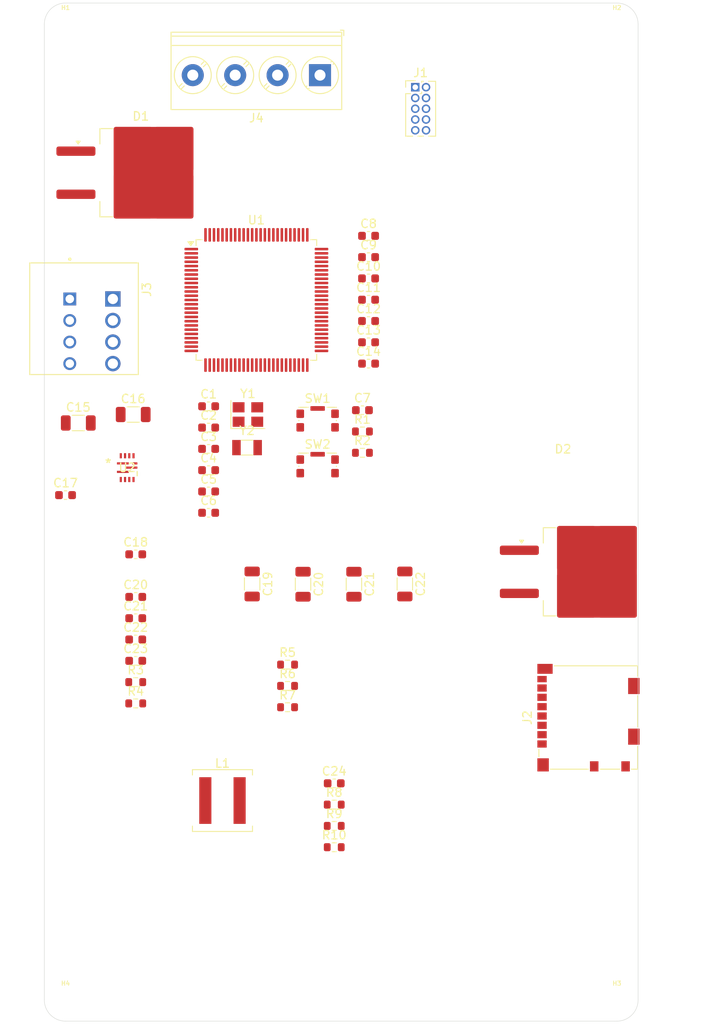
<source format=kicad_pcb>
(kicad_pcb (version 20240108) (generator "pcbnew") (generator_version "8.0")
  (layers (0 "F.Cu" signal) (1 "In1.Cu" signal) (2 "In2.Cu" signal) (31 "B.Cu" signal) (34 "B.Paste" user) (35 "F.Paste" user) (36 "B.SilkS" user "B.Silkscreen") (37 "F.SilkS" user "F.Silkscreen") (38 "B.Mask" user) (39 "F.Mask" user) (44 "Edge.Cuts" user))
  (net 0 "")
  (net 1 "GND")
  (net 2 "SWDIO")
  (net 4 "+3.3V")
  (net 5 "~{RESET}")
  (net 6 "SWCLK")
  (net 61 "BOOT0")
  (net 87 "Net-(U1-VCAP_1)")
  (net 88 "Net-(U1-VCAP_2)")
  (net 89 "HSE_OSC_IN")
  (net 90 "HSE_OSC_OUT")
  (net 91 "LSE_OSC_IN")
  (net 92 "LSE_OSC_OUT")
  (net 93 "+BATT")
  (net 94 "+BATT_2")
  (net 95 "+BATT_1")
  (net 110 "TEST_3")
  (net 111 "TEST_1")
  (net 112 "TEST_4")
  (net 113 "TEST_2")
  (net 114 "Net-(U2-SW)")
  (net 116 "Net-(R5-Pad2)")
  (net 118 "U2_VCC")
  (net 119 "Net-(C19-Pad1)")
  (net 120 "Net-(C21-Pad1)")
  (net 121 "Net-(C23-Pad1)")
  (net 122 "U2_EN")
  (net 123 "Net-(U2-PG)")
  (net 124 "Net-(U2-VBST)")
  (net 125 "+5V")
  (net 126 "Net-(C24-Pad1)")
  (net 127 "U2_FB")
  (footprint "Capacitor_SMD:C_0603_1608Metric" (layer "F.Cu") (at 52.5 108)
    (property "Reference" "C17" (at 0 -1.43 0) (layer "F.SilkS"))
    (property "Value" "0.1uF")
    (pad "1" smd roundrect (at -0.775 0) (size 0.9 0.95) (layers "F.Cu" "F.Paste" "F.Mask") (net 93 "+BATT"))
    (pad "2" smd roundrect (at 0.775 0) (size 0.9 0.95) (layers "F.Cu" "F.Paste" "F.Mask") (net 1 "GND"))
  )
  (footprint "SparkFun_STM32 Thing Plus:STAND-OFF-TIGHT" (layer "F.Cu") (at 52.5 167.5)
    (property "Reference" "H4" (at 0 -1.651 0) (layer "F.SilkS") (effects (font (size 0.512064 0.512064) (thickness 0.097536)) (justify bottom)))
    (property "Value" "STAND-OFFTIGHT")
    (pad "" np_thru_hole circle (at 0 0) (size 3.048 3.048) (drill 3.048) (layers "*.Cu" "*.Mask"))
  )
  (footprint "Crystal:Crystal_SMD_3215-2Pin_3.2x1.5mm" (layer "F.Cu") (at 73.9 102.4)
    (property "Reference" "Y2" (at 0 -2 0) (layer "F.SilkS"))
    (property "Value" "32.768kHz")
    (pad "1" smd rect (at 1.25 0) (size 1 1.8) (layers "F.Cu" "F.Paste" "F.Mask") (net 91 "LSE_OSC_IN"))
    (pad "2" smd rect (at -1.25 0) (size 1 1.8) (layers "F.Cu" "F.Paste" "F.Mask") (net 92 "LSE_OSC_OUT"))
  )
  (footprint "Resistor_SMD:R_0603_1608Metric" (layer "F.Cu") (at 84.175 144.48)
    (property "Reference" "R8" (at 0 -1.43 0) (layer "F.SilkS"))
    (property "Value" "150k")
    (pad "1" smd roundrect (at -0.825 0) (size 0.8 0.95) (layers "F.Cu" "F.Paste" "F.Mask") (net 127 "U2_FB"))
    (pad "2" smd roundrect (at 0.825 0) (size 0.8 0.95) (layers "F.Cu" "F.Paste" "F.Mask") (net 125 "+5V"))
  )
  (footprint "Inductor_SMD:L_Coilcraft_XAL6060-XXX" (layer "F.Cu") (at 71 144)
    (property "Reference" "L1" (at 0 -4.38 0) (layer "F.SilkS"))
    (property "Value" "2.2uH")
    (pad "1" smd rect (at -2.02 0) (size 1.43 5.5) (layers "F.Cu" "F.Paste" "F.Mask") (net 114 "Net-(U2-SW)"))
    (pad "2" smd rect (at 2.02 0) (size 1.43 5.5) (layers "F.Cu" "F.Paste" "F.Mask") (net 125 "+5V"))
  )
  (footprint "Crystal:Crystal_SMD_3225-4Pin_3.2x2.5mm" (layer "F.Cu") (at 74 98.5)
    (property "Reference" "Y1" (at 0 -2.45 0) (layer "F.SilkS"))
    (property "Value" "12MHz")
    (pad "1" smd rect (at -1.1 0.85) (size 1.4 1.2) (layers "F.Cu" "F.Paste" "F.Mask") (net 89 "HSE_OSC_IN"))
    (pad "2" smd rect (at 1.1 0.85) (size 1.4 1.2) (layers "F.Cu" "F.Paste" "F.Mask") (net 1 "GND"))
    (pad "3" smd rect (at 1.1 -0.85) (size 1.4 1.2) (layers "F.Cu" "F.Paste" "F.Mask") (net 90 "HSE_OSC_OUT"))
    (pad "4" smd rect (at -1.1 -0.85) (size 1.4 1.2) (layers "F.Cu" "F.Paste" "F.Mask") (net 1 "GND"))
  )
  (footprint "Capacitor_SMD:C_0603_1608Metric" (layer "F.Cu") (at 84.175 141.97)
    (property "Reference" "C24" (at 0 -1.43 0) (layer "F.SilkS"))
    (property "Value" "22pF")
    (pad "1" smd roundrect (at -0.775 0) (size 0.9 0.95) (layers "F.Cu" "F.Paste" "F.Mask") (net 126 "Net-(C24-Pad1)"))
    (pad "2" smd roundrect (at 0.775 0) (size 0.9 0.95) (layers "F.Cu" "F.Paste" "F.Mask") (net 125 "+5V"))
  )
  (footprint "Capacitor_SMD:C_1206_3216Metric" (layer "F.Cu") (at 92.5 118.475 -90)
    (property "Reference" "C22" (at 0 -1.85 90) (layer "F.SilkS"))
    (property "Value" "22uF")
    (pad "1" smd roundrect (at -1.475 0 270) (size 1.15 1.8) (layers "F.Cu" "F.Paste" "F.Mask") (roundrect_rratio 0.217391) (net 125 "+5V"))
    (pad "2" smd roundrect (at 1.475 0 270) (size 1.15 1.8) (layers "F.Cu" "F.Paste" "F.Mask") (roundrect_rratio 0.217391) (net 1 "GND"))
  )
  (footprint "Capacitor_SMD:C_0603_1608Metric" (layer "F.Cu") (at 87.5 97.99)
    (property "Reference" "C7" (at 0 -1.43 0) (layer "F.SilkS"))
    (property "Value" "0.1uF")
    (pad "1" smd roundrect (at -0.775 0) (size 0.9 0.95) (layers "F.Cu" "F.Paste" "F.Mask") (net 5 "~{RESET}"))
    (pad "2" smd roundrect (at 0.775 0) (size 0.9 0.95) (layers "F.Cu" "F.Paste" "F.Mask") (net 1 "GND"))
  )
  (footprint "Capacitor_SMD:C_0603_1608Metric" (layer "F.Cu") (at 69.37 97.53)
    (property "Reference" "C1" (at 0 -1.43 0) (layer "F.SilkS"))
    (property "Value" "2.2uF")
    (pad "1" smd roundrect (at -0.775 0) (size 0.9 0.95) (layers "F.Cu" "F.Paste" "F.Mask") (net 87 "Net-(U1-VCAP_1)"))
    (pad "2" smd roundrect (at 0.775 0) (size 0.9 0.95) (layers "F.Cu" "F.Paste" "F.Mask") (net 1 "GND"))
  )
  (footprint "Capacitor_SMD:C_1206_3216Metric" (layer "F.Cu") (at 74.5 118.475 -90)
    (property "Reference" "C19" (at 0 -1.85 90) (layer "F.SilkS"))
    (property "Value" "22uF")
    (pad "1" smd roundrect (at -1.475 0 270) (size 1.15 1.8) (layers "F.Cu" "F.Paste" "F.Mask") (roundrect_rratio 0.217391) (net 125 "+5V"))
    (pad "2" smd roundrect (at 1.475 0 270) (size 1.15 1.8) (layers "F.Cu" "F.Paste" "F.Mask") (roundrect_rratio 0.217391) (net 1 "GND"))
  )
  (footprint "Capacitor_SMD:C_1206_3216Metric" (layer "F.Cu") (at 54 99.5)
    (property "Reference" "C15" (at 0 -1.85 0) (layer "F.SilkS"))
    (property "Value" "10uF")
    (pad "1" smd roundrect (at -1.475 0) (size 1.15 1.8) (layers "F.Cu" "F.Paste" "F.Mask") (roundrect_rratio 0.217391) (net 93 "+BATT"))
    (pad "2" smd roundrect (at 1.475 0) (size 1.15 1.8) (layers "F.Cu" "F.Paste" "F.Mask") (roundrect_rratio 0.217391) (net 1 "GND"))
  )
  (footprint "Capacitor_SMD:C_0603_1608Metric" (layer "F.Cu") (at 88.225 92.5)
    (property "Reference" "C14" (at 0 -1.43 0) (layer "F.SilkS"))
    (property "Value" "1.0uF")
    (pad "1" smd roundrect (at -0.775 0) (size 0.9 0.95) (layers "F.Cu" "F.Paste" "F.Mask") (net 4 "+3.3V"))
    (pad "2" smd roundrect (at 0.775 0) (size 0.9 0.95) (layers "F.Cu" "F.Paste" "F.Mask") (net 1 "GND"))
  )
  (footprint "Capacitor_SMD:C_0603_1608Metric" (layer "F.Cu") (at 88.225 89.99)
    (property "Reference" "C13" (at 0 -1.43 0) (layer "F.SilkS"))
    (property "Value" "1.0uF")
    (pad "1" smd roundrect (at -0.775 0) (size 0.9 0.95) (layers "F.Cu" "F.Paste" "F.Mask") (net 4 "+3.3V"))
    (pad "2" smd roundrect (at 0.775 0) (size 0.9 0.95) (layers "F.Cu" "F.Paste" "F.Mask") (net 1 "GND"))
  )
  (footprint "Capacitor_SMD:C_0603_1608Metric" (layer "F.Cu") (at 88.225 77.44)
    (property "Reference" "C8" (at 0 -1.43 0) (layer "F.SilkS"))
    (property "Value" "0.1uF")
    (pad "1" smd roundrect (at -0.775 0) (size 0.9 0.95) (layers "F.Cu" "F.Paste" "F.Mask") (net 4 "+3.3V"))
    (pad "2" smd roundrect (at 0.775 0) (size 0.9 0.95) (layers "F.Cu" "F.Paste" "F.Mask") (net 1 "GND"))
  )
  (footprint "Resistor_SMD:R_0603_1608Metric" (layer "F.Cu") (at 84.175 149.5)
    (property "Reference" "R10" (at 0 -1.43 0) (layer "F.SilkS"))
    (property "Value" "20k")
    (pad "1" smd roundrect (at -0.825 0) (size 0.8 0.95) (layers "F.Cu" "F.Paste" "F.Mask") (net 1 "GND"))
    (pad "2" smd roundrect (at 0.825 0) (size 0.8 0.95) (layers "F.Cu" "F.Paste" "F.Mask") (net 127 "U2_FB"))
  )
  (footprint "Capacitor_SMD:C_0603_1608Metric" (layer "F.Cu") (at 60.775 127.53)
    (property "Reference" "C23" (at 0 -1.43 0) (layer "F.SilkS"))
    (property "Value" "0.1uF")
    (pad "1" smd roundrect (at -0.775 0) (size 0.9 0.95) (layers "F.Cu" "F.Paste" "F.Mask") (net 121 "Net-(C23-Pad1)"))
    (pad "2" smd roundrect (at 0.775 0) (size 0.9 0.95) (layers "F.Cu" "F.Paste" "F.Mask") (net 114 "Net-(U2-SW)"))
  )
  (footprint "Capacitor_SMD:C_0603_1608Metric" (layer "F.Cu") (at 88.225 84.97)
    (property "Reference" "C11" (at 0 -1.43 0) (layer "F.SilkS"))
    (property "Value" "0.1uF")
    (pad "1" smd roundrect (at -0.775 0) (size 0.9 0.95) (layers "F.Cu" "F.Paste" "F.Mask") (net 4 "+3.3V"))
    (pad "2" smd roundrect (at 0.775 0) (size 0.9 0.95) (layers "F.Cu" "F.Paste" "F.Mask") (net 1 "GND"))
  )
  (footprint "Imported_Footprints:TE_1-2834015-4_Buchanan_WireMate_Screwless_Terminal_Block" (layer "F.Cu") (at 55.54 88.69 -90)
    (property "Reference" "J3" (at -4.925 -6.535 90) (layer "F.SilkS"))
    (property "Value" "TE_1-2834015-4_Buchanan_WireMate_Screwless_Terminal_Block")
    (pad "1_1" thru_hole rect (at -3.81 2.54 270) (size 1.518 1.518) (drill 1.01) (layers "*.Cu" "*.Mask") (net 111 "TEST_1"))
    (pad "1_2" thru_hole rect (at -3.81 -2.54 270) (size 1.815 1.815) (drill 1.21) (layers "*.Cu" "*.Mask") (net 111 "TEST_1"))
    (pad "2_1" thru_hole circle (at -1.27 2.54 270) (size 1.518 1.518) (drill 1.01) (layers "*.Cu" "*.Mask") (net 113 "TEST_2"))
    (pad "2_2" thru_hole circle (at -1.27 -2.54 270) (size 1.815 1.815) (drill 1.21) (layers "*.Cu" "*.Mask") (net 113 "TEST_2"))
    (pad "3_1" thru_hole circle (at 1.27 2.54 270) (size 1.518 1.518) (drill 1.01) (layers "*.Cu" "*.Mask") (net 110 "TEST_3"))
    (pad "3_2" thru_hole circle (at 1.27 -2.54 270) (size 1.815 1.815) (drill 1.21) (layers "*.Cu" "*.Mask") (net 110 "TEST_3"))
    (pad "4_1" thru_hole circle (at 3.81 2.54 270) (size 1.518 1.518) (drill 1.01) (layers "*.Cu" "*.Mask") (net 112 "TEST_4"))
    (pad "4_2" thru_hole circle (at 3.81 -2.54 270) (size 1.815 1.815) (drill 1.21) (layers "*.Cu" "*.Mask") (net 112 "TEST_4"))
  )
  (footprint "Capacitor_SMD:C_0603_1608Metric" (layer "F.Cu") (at 88.225 79.95)
    (property "Reference" "C9" (at 0 -1.43 0) (layer "F.SilkS"))
    (property "Value" "0.1uF")
    (pad "1" smd roundrect (at -0.775 0) (size 0.9 0.95) (layers "F.Cu" "F.Paste" "F.Mask") (net 4 "+3.3V"))
    (pad "2" smd roundrect (at 0.775 0) (size 0.9 0.95) (layers "F.Cu" "F.Paste" "F.Mask") (net 1 "GND"))
  )
  (footprint "SparkFun_STM32 Thing Plus:STAND-OFF-TIGHT" (layer "F.Cu") (at 52.5 52.5)
    (property "Reference" "H1" (at 0 -1.651 0) (layer "F.SilkS") (effects (font (size 0.512064 0.512064) (thickness 0.097536)) (justify bottom)))
    (property "Value" "STAND-OFFTIGHT")
    (pad "" np_thru_hole circle (at 0 0) (size 3.048 3.048) (drill 3.048) (layers "*.Cu" "*.Mask"))
  )
  (footprint "Button_Switch_SMD:SW_SPST_CK_KMS2xxGP" (layer "F.Cu") (at 82.22 99.21)
    (property "Reference" "SW1" (at 0 -2.6 0) (layer "F.SilkS"))
    (property "Value" "SW_SPST")
    (pad "1" smd roundrect (at -2.05 -0.8) (size 0.9 1) (layers "F.Cu" "F.Paste" "F.Mask") (roundrect_rratio 0.15) (net 61 "BOOT0"))
    (pad "1" smd roundrect (at 2.05 -0.8) (size 0.9 1) (layers "F.Cu" "F.Paste" "F.Mask") (roundrect_rratio 0.15) (net 61 "BOOT0"))
    (pad "2" smd roundrect (at -2.05 0.8) (size 0.9 1) (layers "F.Cu" "F.Paste" "F.Mask") (roundrect_rratio 0.15) (net 4 "+3.3V"))
    (pad "2" smd roundrect (at 2.05 0.8) (size 0.9 1) (layers "F.Cu" "F.Paste" "F.Mask") (roundrect_rratio 0.15) (net 4 "+3.3V"))
    (pad "SH" smd roundrect (at 0 -1.425) (size 1.7 0.55) (layers "F.Cu" "F.Paste" "F.Mask") (roundrect_rratio 0.15))
  )
  (footprint "SparkFun_STM32 Thing Plus:STAND-OFF-TIGHT" (layer "F.Cu") (at 117.5 167.5)
    (property "Reference" "H3" (at 0 -1.651 0) (layer "F.SilkS") (effects (font (size 0.512064 0.512064) (thickness 0.097536)) (justify bottom)))
    (property "Value" "STAND-OFFTIGHT")
    (pad "" np_thru_hole circle (at 0 0) (size 3.048 3.048) (drill 3.048) (layers "*.Cu" "*.Mask"))
  )
  (footprint "Capacitor_SMD:C_0603_1608Metric" (layer "F.Cu") (at 88.225 82.46)
    (property "Reference" "C10" (at 0 -1.43 0) (layer "F.SilkS"))
    (property "Value" "0.1uF")
    (pad "1" smd roundrect (at -0.775 0) (size 0.9 0.95) (layers "F.Cu" "F.Paste" "F.Mask") (net 4 "+3.3V"))
    (pad "2" smd roundrect (at 0.775 0) (size 0.9 0.95) (layers "F.Cu" "F.Paste" "F.Mask") (net 1 "GND"))
  )
  (footprint "Package_QFP:LQFP-100_14x14mm_P0.5mm" (layer "F.Cu") (at 75 85)
    (property "Reference" "U1" (at 0 -9.42 0) (layer "F.SilkS"))
    (property "Value" "STM32F407VGTx")
    (pad "1" smd roundrect (at -7.675 -6) (size 1.6 0.3) (layers "F.Cu" "F.Paste" "F.Mask"))
    (pad "2" smd roundrect (at -7.675 -5.5) (size 1.6 0.3) (layers "F.Cu" "F.Paste" "F.Mask"))
    (pad "3" smd roundrect (at -7.675 -5) (size 1.6 0.3) (layers "F.Cu" "F.Paste" "F.Mask"))
    (pad "4" smd roundrect (at -7.675 -4.5) (size 1.6 0.3) (layers "F.Cu" "F.Paste" "F.Mask"))
    (pad "5" smd roundrect (at -7.675 -4) (size 1.6 0.3) (layers "F.Cu" "F.Paste" "F.Mask"))
    (pad "6" smd roundrect (at -7.675 -3.5) (size 1.6 0.3) (layers "F.Cu" "F.Paste" "F.Mask"))
    (pad "7" smd roundrect (at -7.675 -3) (size 1.6 0.3) (layers "F.Cu" "F.Paste" "F.Mask"))
    (pad "8" smd roundrect (at -7.675 -2.5) (size 1.6 0.3) (layers "F.Cu" "F.Paste" "F.Mask") (net 91 "LSE_OSC_IN"))
    (pad "9" smd roundrect (at -7.675 -2) (size 1.6 0.3) (layers "F.Cu" "F.Paste" "F.Mask") (net 92 "LSE_OSC_OUT"))
    (pad "10" smd roundrect (at -7.675 -1.5) (size 1.6 0.3) (layers "F.Cu" "F.Paste" "F.Mask") (net 1 "GND"))
    (pad "11" smd roundrect (at -7.675 -1) (size 1.6 0.3) (layers "F.Cu" "F.Paste" "F.Mask") (net 4 "+3.3V"))
    (pad "12" smd roundrect (at -7.675 -0.5) (size 1.6 0.3) (layers "F.Cu" "F.Paste" "F.Mask") (net 89 "HSE_OSC_IN"))
    (pad "13" smd roundrect (at -7.675 0) (size 1.6 0.3) (layers "F.Cu" "F.Paste" "F.Mask") (net 90 "HSE_OSC_OUT"))
    (pad "14" smd roundrect (at -7.675 0.5) (size 1.6 0.3) (layers "F.Cu" "F.Paste" "F.Mask") (net 5 "~{RESET}"))
    (pad "15" smd roundrect (at -7.675 1) (size 1.6 0.3) (layers "F.Cu" "F.Paste" "F.Mask"))
    (pad "16" smd roundrect (at -7.675 1.5) (size 1.6 0.3) (layers "F.Cu" "F.Paste" "F.Mask"))
    (pad "17" smd roundrect (at -7.675 2) (size 1.6 0.3) (layers "F.Cu" "F.Paste" "F.Mask"))
    (pad "18" smd roundrect (at -7.675 2.5) (size 1.6 0.3) (layers "F.Cu" "F.Paste" "F.Mask"))
    (pad "19" smd roundrect (at -7.675 3) (size 1.6 0.3) (layers "F.Cu" "F.Paste" "F.Mask") (net 4 "+3.3V"))
    (pad "20" smd roundrect (at -7.675 3.5) (size 1.6 0.3) (layers "F.Cu" "F.Paste" "F.Mask") (net 1 "GND"))
    (pad "21" smd roundrect (at -7.675 4) (size 1.6 0.3) (layers "F.Cu" "F.Paste" "F.Mask") (net 4 "+3.3V"))
    (pad "22" smd roundrect (at -7.675 4.5) (size 1.6 0.3) (layers "F.Cu" "F.Paste" "F.Mask") (net 4 "+3.3V"))
    (pad "23" smd roundrect (at -7.675 5) (size 1.6 0.3) (layers "F.Cu" "F.Paste" "F.Mask"))
    (pad "24" smd roundrect (at -7.675 5.5) (size 1.6 0.3) (layers "F.Cu" "F.Paste" "F.Mask"))
    (pad "25" smd roundrect (at -7.675 6) (size 1.6 0.3) (layers "F.Cu" "F.Paste" "F.Mask"))
    (pad "26" smd roundrect (at -6 7.675) (size 0.3 1.6) (layers "F.Cu" "F.Paste" "F.Mask"))
    (pad "27" smd roundrect (at -5.5 7.675) (size 0.3 1.6) (layers "F.Cu" "F.Paste" "F.Mask") (net 1 "GND"))
    (pad "28" smd roundrect (at -5 7.675) (size 0.3 1.6) (layers "F.Cu" "F.Paste" "F.Mask") (net 4 "+3.3V"))
    (pad "29" smd roundrect (at -4.5 7.675) (size 0.3 1.6) (layers "F.Cu" "F.Paste" "F.Mask"))
    (pad "30" smd roundrect (at -4 7.675) (size 0.3 1.6) (layers "F.Cu" "F.Paste" "F.Mask"))
    (pad "31" smd roundrect (at -3.5 7.675) (size 0.3 1.6) (layers "F.Cu" "F.Paste" "F.Mask"))
    (pad "32" smd roundrect (at -3 7.675) (size 0.3 1.6) (layers "F.Cu" "F.Paste" "F.Mask"))
    (pad "33" smd roundrect (at -2.5 7.675) (size 0.3 1.6) (layers "F.Cu" "F.Paste" "F.Mask"))
    (pad "34" smd roundrect (at -2 7.675) (size 0.3 1.6) (layers "F.Cu" "F.Paste" "F.Mask"))
    (pad "35" smd roundrect (at -1.5 7.675) (size 0.3 1.6) (layers "F.Cu" "F.Paste" "F.Mask"))
    (pad "36" smd roundrect (at -1 7.675) (size 0.3 1.6) (layers "F.Cu" "F.Paste" "F.Mask"))
    (pad "37" smd roundrect (at -0.5 7.675) (size 0.3 1.6) (layers "F.Cu" "F.Paste" "F.Mask"))
    (pad "38" smd roundrect (at 0 7.675) (size 0.3 1.6) (layers "F.Cu" "F.Paste" "F.Mask"))
    (pad "39" smd roundrect (at 0.5 7.675) (size 0.3 1.6) (layers "F.Cu" "F.Paste" "F.Mask"))
    (pad "40" smd roundrect (at 1 7.675) (size 0.3 1.6) (layers "F.Cu" "F.Paste" "F.Mask"))
    (pad "41" smd roundrect (at 1.5 7.675) (size 0.3 1.6) (layers "F.Cu" "F.Paste" "F.Mask"))
    (pad "42" smd roundrect (at 2 7.675) (size 0.3 1.6) (layers "F.Cu" "F.Paste" "F.Mask"))
    (pad "43" smd roundrect (at 2.5 7.675) (size 0.3 1.6) (layers "F.Cu" "F.Paste" "F.Mask"))
    (pad "44" smd roundrect (at 3 7.675) (size 0.3 1.6) (layers "F.Cu" "F.Paste" "F.Mask"))
    (pad "45" smd roundrect (at 3.5 7.675) (size 0.3 1.6) (layers "F.Cu" "F.Paste" "F.Mask"))
    (pad "46" smd roundrect (at 4 7.675) (size 0.3 1.6) (layers "F.Cu" "F.Paste" "F.Mask"))
    (pad "47" smd roundrect (at 4.5 7.675) (size 0.3 1.6) (layers "F.Cu" "F.Paste" "F.Mask"))
    (pad "48" smd roundrect (at 5 7.675) (size 0.3 1.6) (layers "F.Cu" "F.Paste" "F.Mask"))
    (pad "49" smd roundrect (at 5.5 7.675) (size 0.3 1.6) (layers "F.Cu" "F.Paste" "F.Mask") (net 87 "Net-(U1-VCAP_1)"))
    (pad "50" smd roundrect (at 6 7.675) (size 0.3 1.6) (layers "F.Cu" "F.Paste" "F.Mask") (net 4 "+3.3V"))
    (pad "51" smd roundrect (at 7.675 6) (size 1.6 0.3) (layers "F.Cu" "F.Paste" "F.Mask"))
    (pad "52" smd roundrect (at 7.675 5.5) (size 1.6 0.3) (layers "F.Cu" "F.Paste" "F.Mask"))
    (pad "53" smd roundrect (at 7.675 5) (size 1.6 0.3) (layers "F.Cu" "F.Paste" "F.Mask"))
    (pad "54" smd roundrect (at 7.675 4.5) (size 1.6 0.3) (layers "F.Cu" "F.Paste" "F.Mask"))
    (pad "55" smd roundrect (at 7.675 4) (size 1.6 0.3) (layers "F.Cu" "F.Paste" "F.Mask"))
    (pad "56" smd roundrect (at 7.675 3.5) (size 1.6 0.3) (layers "F.Cu" "F.Paste" "F.Mask"))
    (pad "57" smd roundrect (at 7.675 3) (size 1.6 0.3) (layers "F.Cu" "F.Paste" "F.Mask"))
    (pad "58" smd roundrect (at 7.675 2.5) (size 1.6 0.3) (layers "F.Cu" "F.Paste" "F.Mask"))
    (pad "59" smd roundrect (at 7.675 2) (size 1.6 0.3) (layers "F.Cu" "F.Paste" "F.Mask"))
    (pad "60" smd roundrect (at 7.675 1.5) (size 1.6 0.3) (layers "F.Cu" "F.Paste" "F.Mask"))
    (pad "61" smd roundrect (at 7.675 1) (size 1.6 0.3) (layers "F.Cu" "F.Paste" "F.Mask"))
    (pad "62" smd roundrect (at 7.675 0.5) (size 1.6 0.3) (layers "F.Cu" "F.Paste" "F.Mask"))
    (pad "63" smd roundrect (at 7.675 0) (size 1.6 0.3) (layers "F.Cu" "F.Paste" "F.Mask"))
    (pad "64" smd roundrect (at 7.675 -0.5) (size 1.6 0.3) (layers "F.Cu" "F.Paste" "F.Mask"))
    (pad "65" smd roundrect (at 7.675 -1) (size 1.6 0.3) (layers "F.Cu" "F.Paste" "F.Mask"))
    (pad "66" smd roundrect (at 7.675 -1.5) (size 1.6 0.3) (layers "F.Cu" "F.Paste" "F.Mask"))
    (pad "67" smd roundrect (at 7.675 -2) (size 1.6 0.3) (layers "F.Cu" "F.Paste" "F.Mask"))
    (pad "68" smd roundrect (at 7.675 -2.5) (size 1.6 0.3) (layers "F.Cu" "F.Paste" "F.Mask"))
    (pad "69" smd roundrect (at 7.675 -3) (size 1.6 0.3) (layers "F.Cu" "F.Paste" "F.Mask"))
    (pad "70" smd roundrect (at 7.675 -3.5) (size 1.6 0.3) (layers "F.Cu" "F.Paste" "F.Mask"))
    (pad "71" smd roundrect (at 7.675 -4) (size 1.6 0.3) (layers "F.Cu" "F.Paste" "F.Mask"))
    (pad "72" smd roundrect (at 7.675 -4.5) (size 1.6 0.3) (layers "F.Cu" "F.Paste" "F.Mask") (net 2 "SWDIO"))
    (pad "73" smd roundrect (at 7.675 -5) (size 1.6 0.3) (layers "F.Cu" "F.Paste" "F.Mask") (net 88 "Net-(U1-VCAP_2)"))
    (pad "74" smd roundrect (at 7.675 -5.5) (size 1.6 0.3) (layers "F.Cu" "F.Paste" "F.Mask") (net 1 "GND"))
    (pad "75" smd roundrect (at 7.675 -6) (size 1.6 0.3) (layers "F.Cu" "F.Paste" "F.Mask") (net 4 "+3.3V"))
    (pad "76" smd roundrect (at 6 -7.675) (size 0.3 1.6) (layers "F.Cu" "F.Paste" "F.Mask") (net 6 "SWCLK"))
    (pad "77" smd roundrect (at 5.5 -7.675) (size 0.3 1.6) (layers "F.Cu" "F.Paste" "F.Mask"))
    (pad "78" smd roundrect (at 5 -7.675) (size 0.3 1.6) (layers "F.Cu" "F.Paste" "F.Mask"))
    (pad "79" smd roundrect (at 4.5 -7.675) (size 0.3 1.6) (layers "F.Cu" "F.Paste" "F.Mask"))
    (pad "80" smd roundrect (at 4 -7.675) (size 0.3 1.6) (layers "F.Cu" "F.Paste" "F.Mask"))
    (pad "81" smd roundrect (at 3.5 -7.675) (size 0.3 1.6) (layers "F.Cu" "F.Paste" "F.Mask"))
    (pad "82" smd roundrect (at 3 -7.675) (size 0.3 1.6) (layers "F.Cu" "F.Paste" "F.Mask"))
    (pad "83" smd roundrect (at 2.5 -7.675) (size 0.3 1.6) (layers "F.Cu" "F.Paste" "F.Mask"))
    (pad "84" smd roundrect (at 2 -7.675) (size 0.3 1.6) (layers "F.Cu" "F.Paste" "F.Mask"))
    (pad "85" smd roundrect (at 1.5 -7.675) (size 0.3 1.6) (layers "F.Cu" "F.Paste" "F.Mask"))
    (pad "86" smd roundrect (at 1 -7.675) (size 0.3 1.6) (layers "F.Cu" "F.Paste" "F.Mask"))
    (pad "87" smd roundrect (at 0.5 -7.675) (size 0.3 1.6) (layers "F.Cu" "F.Paste" "F.Mask"))
    (pad "88" smd roundrect (at 0 -7.675) (size 0.3 1.6) (layers "F.Cu" "F.Paste" "F.Mask"))
    (pad "89" smd roundrect (at -0.5 -7.675) (size 0.3 1.6) (layers "F.Cu" "F.Paste" "F.Mask"))
    (pad "90" smd roundrect (at -1 -7.675) (size 0.3 1.6) (layers "F.Cu" "F.Paste" "F.Mask"))
    (pad "91" smd roundrect (at -1.5 -7.675) (size 0.3 1.6) (layers "F.Cu" "F.Paste" "F.Mask"))
    (pad "92" smd roundrect (at -2 -7.675) (size 0.3 1.6) (layers "F.Cu" "F.Paste" "F.Mask"))
    (pad "93" smd roundrect (at -2.5 -7.675) (size 0.3 1.6) (layers "F.Cu" "F.Paste" "F.Mask"))
    (pad "94" smd roundrect (at -3 -7.675) (size 0.3 1.6) (layers "F.Cu" "F.Paste" "F.Mask") (net 61 "BOOT0"))
    (pad "95" smd roundrect (at -3.5 -7.675) (size 0.3 1.6) (layers "F.Cu" "F.Paste" "F.Mask"))
    (pad "96" smd roundrect (at -4 -7.675) (size 0.3 1.6) (layers "F.Cu" "F.Paste" "F.Mask"))
    (pad "97" smd roundrect (at -4.5 -7.675) (size 0.3 1.6) (layers "F.Cu" "F.Paste" "F.Mask"))
    (pad "98" smd roundrect (at -5 -7.675) (size 0.3 1.6) (layers "F.Cu" "F.Paste" "F.Mask"))
    (pad "99" smd roundrect (at -5.5 -7.675) (size 0.3 1.6) (layers "F.Cu" "F.Paste" "F.Mask") (net 1 "GND"))
    (pad "100" smd roundrect (at -6 -7.675) (size 0.3 1.6) (layers "F.Cu" "F.Paste" "F.Mask") (net 4 "+3.3V"))
  )
  (footprint "Capacitor_SMD:C_0603_1608Metric" (layer "F.Cu") (at 69.37 107.57)
    (property "Reference" "C5" (at 0 -1.43 0) (layer "F.SilkS"))
    (property "Value" "15pF")
    (pad "1" smd roundrect (at -0.775 0) (size 0.9 0.95) (layers "F.Cu" "F.Paste" "F.Mask") (net 91 "LSE_OSC_IN"))
    (pad "2" smd roundrect (at 0.775 0) (size 0.9 0.95) (layers "F.Cu" "F.Paste" "F.Mask") (net 1 "GND"))
  )
  (footprint "Resistor_SMD:R_0603_1608Metric" (layer "F.Cu") (at 60.775 132.55)
    (property "Reference" "R4" (at 0 -1.43 0) (layer "F.SilkS"))
    (property "Value" "0k")
    (pad "1" smd roundrect (at -0.825 0) (size 0.8 0.95) (layers "F.Cu" "F.Paste" "F.Mask") (net 124 "Net-(U2-VBST)"))
    (pad "2" smd roundrect (at 0.825 0) (size 0.8 0.95) (layers "F.Cu" "F.Paste" "F.Mask") (net 121 "Net-(C23-Pad1)"))
  )
  (footprint "Capacitor_SMD:C_0603_1608Metric" (layer "F.Cu") (at 60.775 122.51)
    (property "Reference" "C21" (at 0 -1.43 0) (layer "F.SilkS"))
    (property "Value" "22uF")
    (pad "1" smd roundrect (at -0.775 0) (size 0.9 0.95) (layers "F.Cu" "F.Paste" "F.Mask") (net 120 "Net-(C21-Pad1)"))
    (pad "2" smd roundrect (at 0.775 0) (size 0.9 0.95) (layers "F.Cu" "F.Paste" "F.Mask") (net 1 "GND"))
  )
  (footprint "Resistor_SMD:R_0603_1608Metric" (layer "F.Cu") (at 84.175 146.99)
    (property "Reference" "R9" (at 0 -1.43 0) (layer "F.SilkS"))
    (property "Value" "0k")
    (pad "1" smd roundrect (at -0.825 0) (size 0.8 0.95) (layers "F.Cu" "F.Paste" "F.Mask") (net 127 "U2_FB"))
    (pad "2" smd roundrect (at 0.825 0) (size 0.8 0.95) (layers "F.Cu" "F.Paste" "F.Mask") (net 126 "Net-(C24-Pad1)"))
  )
  (footprint "Button_Switch_SMD:SW_SPST_CK_KMS2xxGP" (layer "F.Cu") (at 82.22 104.61)
    (property "Reference" "SW2" (at 0 -2.6 0) (layer "F.SilkS"))
    (property "Value" "SW_SPST")
    (pad "1" smd roundrect (at -2.05 -0.8) (size 0.9 1) (layers "F.Cu" "F.Paste" "F.Mask") (roundrect_rratio 0.15) (net 5 "~{RESET}"))
    (pad "1" smd roundrect (at 2.05 -0.8) (size 0.9 1) (layers "F.Cu" "F.Paste" "F.Mask") (roundrect_rratio 0.15) (net 5 "~{RESET}"))
    (pad "2" smd roundrect (at -2.05 0.8) (size 0.9 1) (layers "F.Cu" "F.Paste" "F.Mask") (roundrect_rratio 0.15) (net 1 "GND"))
    (pad "2" smd roundrect (at 2.05 0.8) (size 0.9 1) (layers "F.Cu" "F.Paste" "F.Mask") (roundrect_rratio 0.15) (net 1 "GND"))
    (pad "SH" smd roundrect (at 0 -1.425) (size 1.7 0.55) (layers "F.Cu" "F.Paste" "F.Mask") (roundrect_rratio 0.15))
  )
  (footprint "Capacitor_SMD:C_0603_1608Metric" (layer "F.Cu") (at 88.225 87.48)
    (property "Reference" "C12" (at 0 -1.43 0) (layer "F.SilkS"))
    (property "Value" "4.7uF")
    (pad "1" smd roundrect (at -0.775 0) (size 0.9 0.95) (layers "F.Cu" "F.Paste" "F.Mask") (net 4 "+3.3V"))
    (pad "2" smd roundrect (at 0.775 0) (size 0.9 0.95) (layers "F.Cu" "F.Paste" "F.Mask") (net 1 "GND"))
  )
  (footprint "Capacitor_SMD:C_0603_1608Metric" (layer "F.Cu") (at 60.775 120)
    (property "Reference" "C20" (at 0 -1.43 0) (layer "F.SilkS"))
    (property "Value" "22uF")
    (pad "1" smd roundrect (at -0.775 0) (size 0.9 0.95) (layers "F.Cu" "F.Paste" "F.Mask") (net 119 "Net-(C19-Pad1)"))
    (pad "2" smd roundrect (at 0.775 0) (size 0.9 0.95) (layers "F.Cu" "F.Paste" "F.Mask") (net 1 "GND"))
  )
  (footprint "Capacitor_SMD:C_1206_3216Metric" (layer "F.Cu") (at 60.475 98.5)
    (property "Reference" "C16" (at 0 -1.85 0) (layer "F.SilkS"))
    (property "Value" "10uF")
    (pad "1" smd roundrect (at -1.475 0) (size 1.15 1.8) (layers "F.Cu" "F.Paste" "F.Mask") (roundrect_rratio 0.217391) (net 93 "+BATT"))
    (pad "2" smd roundrect (at 1.475 0) (size 1.15 1.8) (layers "F.Cu" "F.Paste" "F.Mask") (roundrect_rratio 0.217391) (net 1 "GND"))
  )
  (footprint "Resistor_SMD:R_0603_1608Metric" (layer "F.Cu") (at 78.675 133)
    (property "Reference" "R7" (at 0 -1.43 0) (layer "F.SilkS"))
    (property "Value" "120k")
    (pad "1" smd roundrect (at -0.825 0) (size 0.8 0.95) (layers "F.Cu" "F.Paste" "F.Mask") (net 122 "U2_EN"))
    (pad "2" smd roundrect (at 0.825 0) (size 0.8 0.95) (layers "F.Cu" "F.Paste" "F.Mask") (net 1 "GND"))
  )
  (footprint "Imported_Footprints:TI_TPS51386RJNR_VQFN-HR_REG_BUCK_8A" (layer "F.Cu") (at 59.765001 104.76)
    (property "Reference" "U2" (at 0 0 0) (layer "F.SilkS"))
    (property "Value" "TI_TPS51386RJNR_Regulator_Buck_8A")
    (fp_text user "*" (at -2.2335 -0.500126 0) (layer "F.SilkS"))
    (fp_text user "*" (at -2.2335 -0.500126 0) (layer "F.SilkS"))
    (pad "1" smd rect (at -0.506301 -0.500126) (size 1.397 0.254) (layers "F.Cu" "F.Paste" "F.Mask") (net 93 "+BATT"))
    (pad "2" smd rect (at -0.506301 0.500126) (size 1.397 0.254) (layers "F.Cu" "F.Paste" "F.Mask") (net 1 "GND"))
    (pad "3" smd rect (at -0.750189 1.4 90) (size 0.6096 0.254) (layers "F.Cu" "F.Paste" "F.Mask") (net 123 "Net-(U2-PG)"))
    (pad "4" smd rect (at -0.250063 1.4 90) (size 0.6096 0.254) (layers "F.Cu" "F.Paste" "F.Mask") (net 127 "U2_FB"))
    (pad "5" smd rect (at 0.250063 1.4 90) (size 0.6096 0.254) (layers "F.Cu" "F.Paste" "F.Mask"))
    (pad "6" smd rect (at 0.750189 1.4 90) (size 0.6096 0.254) (layers "F.Cu" "F.Paste" "F.Mask"))
    (pad "7" smd rect (at 0.506301 0) (size 1.397 0.254) (layers "F.Cu" "F.Paste" "F.Mask") (net 114 "Net-(U2-SW)"))
    (pad "8" smd rect (at 0.900001 -0.500126) (size 0.6096 0.254) (layers "F.Cu" "F.Paste" "F.Mask") (net 124 "Net-(U2-VBST)"))
    (pad "9" smd rect (at 0.750189 -1.4 90) (size 0.6096 0.254) (layers "F.Cu" "F.Paste" "F.Mask") (net 118 "U2_VCC"))
    (pad "10" smd rect (at 0.250063 -1.4 90) (size 0.6096 0.254) (layers "F.Cu" "F.Paste" "F.Mask") (net 1 "GND"))
    (pad "11" smd rect (at -0.250063 -1.4 90) (size 0.6096 0.254) (layers "F.Cu" "F.Paste" "F.Mask") (net 122 "U2_EN"))
    (pad "12" smd rect (at -0.750189 -1.4 90) (size 0.6096 0.254) (layers "F.Cu" "F.Paste" "F.Mask") (net 118 "U2_VCC"))
  )
  (footprint "Capacitor_SMD:C_0603_1608Metric" (layer "F.Cu") (at 69.37 100.04)
    (property "Reference" "C2" (at 0 -1.43 0) (layer "F.SilkS"))
    (property "Value" "2.2uF")
    (pad "1" smd roundrect (at -0.775 0) (size 0.9 0.95) (layers "F.Cu" "F.Paste" "F.Mask") (net 88 "Net-(U1-VCAP_2)"))
    (pad "2" smd roundrect (at 0.775 0) (size 0.9 0.95) (layers "F.Cu" "F.Paste" "F.Mask") (net 1 "GND"))
  )
  (footprint "Capacitor_SMD:C_0603_1608Metric" (layer "F.Cu") (at 60.775 114.98)
    (property "Reference" "C18" (at 0 -1.43 0) (layer "F.SilkS"))
    (property "Value" "1.0uF")
    (pad "1" smd roundrect (at -0.775 0) (size 0.9 0.95) (layers "F.Cu" "F.Paste" "F.Mask") (net 118 "U2_VCC"))
    (pad "2" smd roundrect (at 0.775 0) (size 0.9 0.95) (layers "F.Cu" "F.Paste" "F.Mask") (net 1 "GND"))
  )
  (footprint "SparkFun_STM32 Thing Plus:STAND-OFF-TIGHT" (layer "F.Cu") (at 117.5 52.5)
    (property "Reference" "H2" (at 0 -1.651 0) (layer "F.SilkS") (effects (font (size 0.512064 0.512064) (thickness 0.097536)) (justify bottom)))
    (property "Value" "STAND-OFFTIGHT")
    (pad "" np_thru_hole circle (at 0 0) (size 3.048 3.048) (drill 3.048) (layers "*.Cu" "*.Mask"))
  )
  (footprint "Resistor_SMD:R_0603_1608Metric" (layer "F.Cu") (at 78.675 130.49)
    (property "Reference" "R6" (at 0 -1.43 0) (layer "F.SilkS"))
    (property "Value" "200k")
    (pad "1" smd roundrect (at -0.825 0) (size 0.8 0.95) (layers "F.Cu" "F.Paste" "F.Mask") (net 116 "Net-(R5-Pad2)"))
    (pad "2" smd roundrect (at 0.825 0) (size 0.8 0.95) (layers "F.Cu" "F.Paste" "F.Mask") (net 122 "U2_EN"))
  )
  (footprint "Capacitor_SMD:C_0603_1608Metric" (layer "F.Cu") (at 69.37 105.06)
    (property "Reference" "C4" (at 0 -1.43 0) (layer "F.SilkS"))
    (property "Value" "22pF")
    (pad "1" smd roundrect (at -0.775 0) (size 0.9 0.95) (layers "F.Cu" "F.Paste" "F.Mask") (net 90 "HSE_OSC_OUT"))
    (pad "2" smd roundrect (at 0.775 0) (size 0.9 0.95) (layers "F.Cu" "F.Paste" "F.Mask") (net 1 "GND"))
  )
  (footprint "Resistor_SMD:R_0603_1608Metric" (layer "F.Cu") (at 78.675 127.98)
    (property "Reference" "R5" (at 0 -1.43 0) (layer "F.SilkS"))
    (property "Value" "200k")
    (pad "1" smd roundrect (at -0.825 0) (size 0.8 0.95) (layers "F.Cu" "F.Paste" "F.Mask") (net 93 "+BATT"))
    (pad "2" smd roundrect (at 0.825 0) (size 0.8 0.95) (layers "F.Cu" "F.Paste" "F.Mask") (net 116 "Net-(R5-Pad2)"))
  )
  (footprint "Capacitor_SMD:C_0603_1608Metric" (layer "F.Cu") (at 69.37 110.08)
    (property "Reference" "C6" (at 0 -1.43 0) (layer "F.SilkS"))
    (property "Value" "15pF")
    (pad "1" smd roundrect (at -0.775 0) (size 0.9 0.95) (layers "F.Cu" "F.Paste" "F.Mask") (net 92 "LSE_OSC_OUT"))
    (pad "2" smd roundrect (at 0.775 0) (size 0.9 0.95) (layers "F.Cu" "F.Paste" "F.Mask") (net 1 "GND"))
  )
  (footprint "Connector_PinHeader_1.27mm:PinHeader_2x05_P1.27mm_Vertical" (layer "F.Cu") (at 93.73 59.92)
    (property "Reference" "J1" (at 0.635 -1.695 0) (layer "F.SilkS"))
    (property "Value" "Conn_ARM_JTAG_SWD_10")
    (pad "1" thru_hole rect (at 0 0) (size 1 1) (drill 0.65) (layers "*.Cu" "*.Mask") (net 4 "+3.3V"))
    (pad "2" thru_hole oval (at 1.27 0) (size 1 1) (drill 0.65) (layers "*.Cu" "*.Mask") (net 2 "SWDIO"))
    (pad "3" thru_hole oval (at 0 1.27) (size 1 1) (drill 0.65) (layers "*.Cu" "*.Mask") (net 1 "GND"))
    (pad "4" thru_hole oval (at 1.27 1.27) (size 1 1) (drill 0.65) (layers "*.Cu" "*.Mask") (net 6 "SWCLK"))
    (pad "5" thru_hole oval (at 0 2.54) (size 1 1) (drill 0.65) (layers "*.Cu" "*.Mask") (net 1 "GND"))
    (pad "6" thru_hole oval (at 1.27 2.54) (size 1 1) (drill 0.65) (layers "*.Cu" "*.Mask"))
    (pad "7" thru_hole oval (at 0 3.81) (size 1 1) (drill 0.65) (layers "*.Cu" "*.Mask"))
    (pad "8" thru_hole oval (at 1.27 3.81) (size 1 1) (drill 0.65) (layers "*.Cu" "*.Mask"))
    (pad "9" thru_hole oval (at 0 5.08) (size 1 1) (drill 0.65) (layers "*.Cu" "*.Mask") (net 1 "GND"))
    (pad "10" thru_hole oval (at 1.27 5.08) (size 1 1) (drill 0.65) (layers "*.Cu" "*.Mask") (net 5 "~{RESET}"))
  )
  (footprint "Package_TO_SOT_SMD:TO-263-2" (layer "F.Cu") (at 113.65 117.04)
    (property "Reference" "D2" (at -2.505 -14.46 0) (layer "F.SilkS"))
    (property "Value" "RECTIFIER, SCHOTTKY, 10A per diode, 200V")
    (pad "1" smd roundrect (at -7.65 -2.54) (size 4.6 1.1) (layers "F.Cu" "F.Paste" "F.Mask") (roundrect_rratio 0.227273))
    (pad "2" smd roundrect (at -0.925 -2.775) (size 4.55 5.25) (layers "F.Cu" "F.Paste") (roundrect_rratio 0.054945))
    (pad "2" smd roundrect (at -0.925 2.775) (size 4.55 5.25) (layers "F.Cu" "F.Paste") (roundrect_rratio 0.054945))
    (pad "2" smd roundrect (at 1.5 0) (size 9.4 10.8) (layers "F.Cu" "F.Mask") (roundrect_rratio 0.026596))
    (pad "2" smd roundrect (at 3.925 -2.775) (size 4.55 5.25) (layers "F.Cu" "F.Paste") (roundrect_rratio 0.054945))
    (pad "2" smd roundrect (at 3.925 2.775) (size 4.55 5.25) (layers "F.Cu" "F.Paste") (roundrect_rratio 0.054945))
    (pad "3" smd roundrect (at -7.65 2.54) (size 4.6 1.1) (layers "F.Cu" "F.Paste" "F.Mask") (roundrect_rratio 0.227273))
  )
  (footprint "Capacitor_SMD:C_0603_1608Metric" (layer "F.Cu") (at 69.37 102.55)
    (property "Reference" "C3" (at 0 -1.43 0) (layer "F.SilkS"))
    (property "Value" "22pF")
    (pad "1" smd roundrect (at -0.775 0) (size 0.9 0.95) (layers "F.Cu" "F.Paste" "F.Mask") (net 89 "HSE_OSC_IN"))
    (pad "2" smd roundrect (at 0.775 0) (size 0.9 0.95) (layers "F.Cu" "F.Paste" "F.Mask") (net 1 "GND"))
  )
  (footprint "TerminalBlock_Phoenix:TerminalBlock_Phoenix_PT-1,5-4-5.0-H_1x04_P5.00mm_Horizontal" (layer "F.Cu") (at 82.5 58.5 180)
    (property "Reference" "J4" (at 7.5 -5.06 0) (layer "F.SilkS"))
    (property "Value" "Screw_Terminal_01x04")
    (pad "1" thru_hole rect (at 0 0 180) (size 2.6 2.6) (drill 1.3) (layers "*.Cu" "*.Mask") (net 95 "+BATT_1"))
    (pad "2" thru_hole circle (at 5 0 180) (size 2.6 2.6) (drill 1.3) (layers "*.Cu" "*.Mask") (net 1 "GND"))
    (pad "3" thru_hole circle (at 10 0 180) (size 2.6 2.6) (drill 1.3) (layers "*.Cu" "*.Mask") (net 94 "+BATT_2"))
    (pad "4" thru_hole circle (at 15 0 180) (size 2.6 2.6) (drill 1.3) (layers "*.Cu" "*.Mask") (net 1 "GND"))
  )
  (footprint "Connector_Card:microSD_HC_Molex_104031-0811" (layer "F.Cu") (at 114.125 134.23 90)
    (property "Reference" "J2" (at 0 -7.18 90) (layer "F.SilkS"))
    (property "Value" "Micro_SD_Card_Det2")
    (pad "1" smd rect (at -3.105 -5.45 90) (size 0.85 1.1) (layers "F.Cu" "F.Paste" "F.Mask"))
    (pad "2" smd rect (at -2.005 -5.45 90) (size 0.85 1.1) (layers "F.Cu" "F.Paste" "F.Mask"))
    (pad "3" smd rect (at -0.905 -5.45 90) (size 0.85 1.1) (layers "F.Cu" "F.Paste" "F.Mask"))
    (pad "4" smd rect (at 0.195 -5.45 90) (size 0.85 1.1) (layers "F.Cu" "F.Paste" "F.Mask"))
    (pad "5" smd rect (at 1.295 -5.45 90) (size 0.85 1.1) (layers "F.Cu" "F.Paste" "F.Mask"))
    (pad "6" smd rect (at 2.395 -5.45 90) (size 0.85 1.1) (layers "F.Cu" "F.Paste" "F.Mask"))
    (pad "7" smd rect (at 3.495 -5.45 90) (size 0.85 1.1) (layers "F.Cu" "F.Paste" "F.Mask"))
    (pad "8" smd rect (at 4.545 -5.45 90) (size 0.75 1.1) (layers "F.Cu" "F.Paste" "F.Mask"))
    (pad "9" smd rect (at -5.74 0.7 90) (size 1.2 1) (layers "F.Cu" "F.Paste" "F.Mask"))
    (pad "10" smd rect (at -5.74 4.4 90) (size 1.2 1) (layers "F.Cu" "F.Paste" "F.Mask"))
    (pad "11" smd rect (at -5.565 -5.325 90) (size 1.55 1.35) (layers "F.Cu" "F.Paste" "F.Mask"))
    (pad "11" smd rect (at -2.24 5.375 90) (size 1.9 1.35) (layers "F.Cu" "F.Paste" "F.Mask"))
    (pad "11" smd rect (at 3.73 5.375 90) (size 1.9 1.35) (layers "F.Cu" "F.Paste" "F.Mask"))
    (pad "11" smd rect (at 5.755 -5.1 90) (size 1.17 1.8) (layers "F.Cu" "F.Paste" "F.Mask"))
  )
  (footprint "Capacitor_SMD:C_0603_1608Metric" (layer "F.Cu") (at 60.775 125.02)
    (property "Reference" "C22" (at 0 -1.43 0) (layer "F.SilkS"))
    (property "Value" "22uF")
    (pad "1" smd roundrect (at -0.775 0) (size 0.9 0.95) (layers "F.Cu" "F.Paste" "F.Mask") (net 120 "Net-(C21-Pad1)"))
    (pad "2" smd roundrect (at 0.775 0) (size 0.9 0.95) (layers "F.Cu" "F.Paste" "F.Mask") (net 1 "GND"))
  )
  (footprint "Package_TO_SOT_SMD:TO-263-2" (layer "F.Cu") (at 61.375 70)
    (property "Reference" "D1" (at 0 -6.65 0) (layer "F.SilkS"))
    (property "Value" "RECTIFIER, SCHOTTKY, 10A per diode, 200V")
    (pad "1" smd roundrect (at -7.65 -2.54) (size 4.6 1.1) (layers "F.Cu" "F.Paste" "F.Mask") (roundrect_rratio 0.227273) (net 95 "+BATT_1"))
    (pad "2" smd roundrect (at -0.925 -2.775) (size 4.55 5.25) (layers "F.Cu" "F.Paste") (roundrect_rratio 0.054945) (net 93 "+BATT"))
    (pad "2" smd roundrect (at -0.925 2.775) (size 4.55 5.25) (layers "F.Cu" "F.Paste") (roundrect_rratio 0.054945) (net 93 "+BATT"))
    (pad "2" smd roundrect (at 1.5 0) (size 9.4 10.8) (layers "F.Cu" "F.Mask") (roundrect_rratio 0.026596) (net 93 "+BATT"))
    (pad "2" smd roundrect (at 3.925 -2.775) (size 4.55 5.25) (layers "F.Cu" "F.Paste") (roundrect_rratio 0.054945) (net 93 "+BATT"))
    (pad "2" smd roundrect (at 3.925 2.775) (size 4.55 5.25) (layers "F.Cu" "F.Paste") (roundrect_rratio 0.054945) (net 93 "+BATT"))
    (pad "3" smd roundrect (at -7.65 2.54) (size 4.6 1.1) (layers "F.Cu" "F.Paste" "F.Mask") (roundrect_rratio 0.227273) (net 94 "+BATT_2"))
  )
  (footprint "Capacitor_SMD:C_1206_3216Metric" (layer "F.Cu") (at 86.5 118.5 -90)
    (property "Reference" "C21" (at 0 -1.85 90) (layer "F.SilkS"))
    (property "Value" "22uF")
    (pad "1" smd roundrect (at -1.475 0 270) (size 1.15 1.8) (layers "F.Cu" "F.Paste" "F.Mask") (roundrect_rratio 0.217391) (net 125 "+5V"))
    (pad "2" smd roundrect (at 1.475 0 270) (size 1.15 1.8) (layers "F.Cu" "F.Paste" "F.Mask") (roundrect_rratio 0.217391) (net 1 "GND"))
  )
  (footprint "Resistor_SMD:R_0603_1608Metric" (layer "F.Cu") (at 60.775 130.04)
    (property "Reference" "R3" (at 0 -1.43 0) (layer "F.SilkS"))
    (property "Value" "100k")
    (pad "1" smd roundrect (at -0.825 0) (size 0.8 0.95) (layers "F.Cu" "F.Paste" "F.Mask") (net 123 "Net-(U2-PG)"))
    (pad "2" smd roundrect (at 0.825 0) (size 0.8 0.95) (layers "F.Cu" "F.Paste" "F.Mask") (net 118 "U2_VCC"))
  )
  (footprint "Resistor_SMD:R_0603_1608Metric" (layer "F.Cu") (at 87.5 100.5)
    (property "Reference" "R1" (at 0 -1.43 0) (layer "F.SilkS"))
    (property "Value" "100k")
    (pad "1" smd roundrect (at -0.825 0) (size 0.8 0.95) (layers "F.Cu" "F.Paste" "F.Mask") (net 61 "BOOT0"))
    (pad "2" smd roundrect (at 0.825 0) (size 0.8 0.95) (layers "F.Cu" "F.Paste" "F.Mask") (net 1 "GND"))
  )
  (footprint "Capacitor_SMD:C_1206_3216Metric" (layer "F.Cu") (at 80.5 118.5 -90)
    (property "Reference" "C20" (at 0 -1.85 90) (layer "F.SilkS"))
    (property "Value" "22uF")
    (pad "1" smd roundrect (at -1.475 0 270) (size 1.15 1.8) (layers "F.Cu" "F.Paste" "F.Mask") (roundrect_rratio 0.217391) (net 125 "+5V"))
    (pad "2" smd roundrect (at 1.475 0 270) (size 1.15 1.8) (layers "F.Cu" "F.Paste" "F.Mask") (roundrect_rratio 0.217391) (net 1 "GND"))
  )
  (footprint "Resistor_SMD:R_0603_1608Metric" (layer "F.Cu") (at 87.5 103.01)
    (property "Reference" "R2" (at 0 -1.43 0) (layer "F.SilkS"))
    (property "Value" "4.7k")
    (pad "1" smd roundrect (at -0.825 0) (size 0.8 0.95) (layers "F.Cu" "F.Paste" "F.Mask") (net 4 "+3.3V"))
    (pad "2" smd roundrect (at 0.825 0) (size 0.8 0.95) (layers "F.Cu" "F.Paste" "F.Mask") (net 5 "~{RESET}"))
  )
  (gr_line (start 50 52.5) (end 50 167.5) (stroke (width 0.05)) (layer "Edge.Cuts"))
  (gr_arc (start 117.5 50) (mid 119.267767 50.732233) (end 120 52.5) (stroke (width 0.05)) (layer "Edge.Cuts"))
  (gr_arc (start 120 167.5) (mid 119.267767 169.267767) (end 117.5 170) (stroke (width 0.05)) (layer "Edge.Cuts"))
  (gr_arc (start 52.5 170) (mid 50.732233 169.267767) (end 50 167.5) (stroke (width 0.05)) (layer "Edge.Cuts"))
  (gr_arc (start 50 52.5) (mid 50.732233 50.732233) (end 52.5 50) (stroke (width 0.05)) (layer "Edge.Cuts"))
  (gr_line (start 117.5 170) (end 52.5 170) (stroke (width 0.05)) (layer "Edge.Cuts"))
  (gr_line (start 120 52.5) (end 120 167.5) (stroke (width 0.05)) (layer "Edge.Cuts"))
  (gr_line (start 52.5 50) (end 117.5 50) (stroke (width 0.05)) (layer "Edge.Cuts"))
)
</source>
